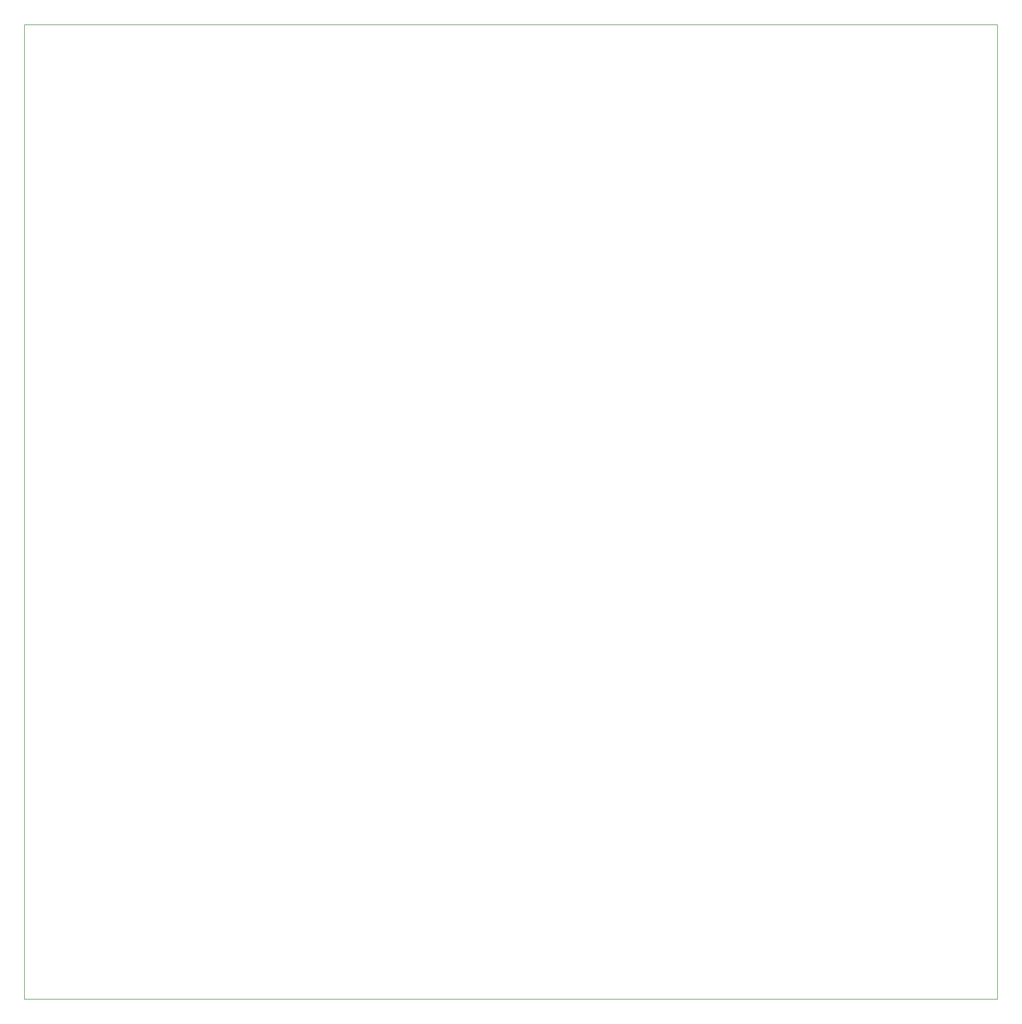
<source format=gbr>
G04 #@! TF.GenerationSoftware,KiCad,Pcbnew,(5.1.2)-1*
G04 #@! TF.CreationDate,2019-06-24T11:34:58+02:00*
G04 #@! TF.ProjectId,SI3002V4.1,53493330-3032-4563-942e-312e6b696361,rev?*
G04 #@! TF.SameCoordinates,Original*
G04 #@! TF.FileFunction,Profile,NP*
%FSLAX46Y46*%
G04 Gerber Fmt 4.6, Leading zero omitted, Abs format (unit mm)*
G04 Created by KiCad (PCBNEW (5.1.2)-1) date 2019-06-24 11:34:58*
%MOMM*%
%LPD*%
G04 APERTURE LIST*
%ADD10C,0.150000*%
G04 APERTURE END LIST*
D10*
X-1874900Y-255022400D02*
X297686500Y-255022300D01*
X297686500Y45015300D02*
X-1874700Y45015100D01*
X-1874900Y-255022500D02*
X-1874900Y-255022400D01*
X-1874900Y-255022400D02*
X-1875000Y45015000D01*
X297686400Y-255022500D02*
X297686300Y45015000D01*
M02*

</source>
